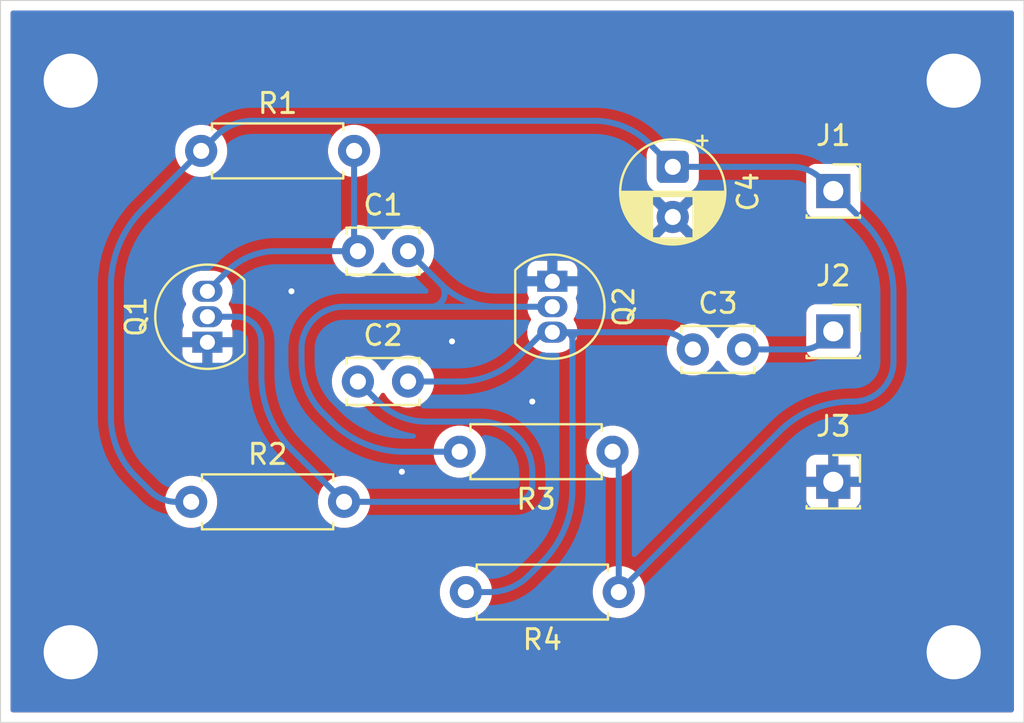
<source format=kicad_pcb>
(kicad_pcb (version 20241229) (generator "pcbnew") (generator_version "9.0")
  (layers (0 "F.Cu" signal) (2 "B.Cu" signal) (13 "F.Paste" user) (15 "B.Paste" user) (5 "F.SilkS" user "F.Silkscreen") (7 "B.SilkS" user "B.Silkscreen") (1 "F.Mask" user) (3 "B.Mask" user) (25 "Edge.Cuts" user))
  (net 0 "")
  (net 1 "Net-(J2-Pin_1)")
  (net 2 "Net-(Q1-B)")
  (net 3 "Net-(Q2-B)")
  (net 4 "0")
  (net 5 "Net-(Q1-C)")
  (net 6 "Net-(Q2-C)")
  (net 7 "Net-(J1-Pin_1)")
  (footprint "Resistor_THT:R_Axial_DIN0207_L6.3mm_D2.5mm_P7.62mm_Horizontal" (layer "F.Cu") (at 112 159 180)
    (property "Reference" "R3" (at 3.81 -2.37 0) (layer "F.SilkS"))
    (property "Value" "33k")
    (fp_line (start 7.08 1.37) (end 7.08 1.04) (stroke (width 0.12)) (layer "F.SilkS"))
    (fp_line (start 7.08 -1.37) (end 7.08 -1.04) (stroke (width 0.12)) (layer "F.SilkS"))
    (fp_line (start 0.54 1.37) (end 7.08 1.37) (stroke (width 0.12)) (layer "F.SilkS"))
    (fp_line (start 0.54 1.04) (end 0.54 1.37) (stroke (width 0.12)) (layer "F.SilkS"))
    (fp_line (start 0.54 -1.04) (end 0.54 -1.37) (stroke (width 0.12)) (layer "F.SilkS"))
    (fp_line (start 0.54 -1.37) (end 7.08 -1.37) (stroke (width 0.12)) (layer "F.SilkS"))
    (pad "1" thru_hole circle (at 0 0 180) (size 1.6 1.6) (drill 0.8) (layers "*.Cu" "*.Mask") (net 7 "Net-(J1-Pin_1)"))
    (pad "2" thru_hole circle (at 7.62 0 180) (size 1.6 1.6) (drill 0.8) (layers "*.Cu" "*.Mask") (net 3 "Net-(Q2-B)"))
  )
  (footprint "Capacitor_THT:C_Disc_D3.4mm_W2.1mm_P2.50mm" (layer "F.Cu") (at 99.31 155.5)
    (property "Reference" "C2" (at 1.25 -2.3 0) (layer "F.SilkS"))
    (property "Value" "100n")
    (fp_line (start -0.57 -1.17) (end 3.07 -1.17) (stroke (width 0.12)) (layer "F.SilkS"))
    (fp_line (start -0.57 -0.87) (end -0.57 -1.17) (stroke (width 0.12)) (layer "F.SilkS"))
    (fp_line (start -0.57 1.17) (end -0.57 0.87) (stroke (width 0.12)) (layer "F.SilkS"))
    (fp_line (start 3.07 -1.17) (end 3.07 -0.87) (stroke (width 0.12)) (layer "F.SilkS"))
    (fp_line (start 3.07 0.87) (end 3.07 1.17) (stroke (width 0.12)) (layer "F.SilkS"))
    (fp_line (start 3.07 1.17) (end -0.57 1.17) (stroke (width 0.12)) (layer "F.SilkS"))
    (pad "1" thru_hole circle (at 0 0) (size 1.6 1.6) (drill 0.8) (layers "*.Cu" "*.Mask") (net 2 "Net-(Q1-B)"))
    (pad "2" thru_hole circle (at 2.5 0) (size 1.6 1.6) (drill 0.8) (layers "*.Cu" "*.Mask") (net 6 "Net-(Q2-C)"))
  )
  (footprint "MountingHole:MountingHole_2.7mm_Pad" (layer "F.Cu") (at 129 140.5)
    (property "Reference" "REF2" (hide yes))
    (property "Value" "MountingHole_2.7mm_Pad" (hide yes))
    (pad "1" thru_hole circle (at 0 0) (size 5.4 5.4) (drill 2.7) (layers "*.Cu" "*.Mask") (net 4 "0"))
  )
  (footprint "Connector_PinSocket_2.54mm:PinSocket_1x01_P2.54mm_Vertical" (layer "F.Cu") (at 123 160.5)
    (property "Reference" "J3" (at 0 -2.77 0) (layer "F.SilkS"))
    (property "Value" "Conn_01x01")
    (fp_line (start -1.33 1.21) (end -1.33 1.33) (stroke (width 0.12)) (layer "F.SilkS"))
    (fp_line (start -1.33 1.33) (end 1.33 1.33) (stroke (width 0.12)) (layer "F.SilkS"))
    (fp_line (start 0 -1.33) (end 1.33 -1.33) (stroke (width 0.12)) (layer "F.SilkS"))
    (fp_line (start 1.33 -1.33) (end 1.33 0) (stroke (width 0.12)) (layer "F.SilkS"))
    (fp_line (start 1.33 1.21) (end 1.33 1.33) (stroke (width 0.12)) (layer "F.SilkS"))
    (pad "1" thru_hole rect (at 0 0) (size 1.7 1.7) (drill 1) (layers "*.Cu" "*.Mask") (net 4 "0"))
  )
  (footprint "Package_TO_SOT_THT:TO-92_Inline" (layer "F.Cu") (at 91.81 153.54 90)
    (property "Reference" "Q1" (at 1.27 -3.56 90) (layer "F.SilkS"))
    (property "Value" "2N3904")
    (fp_line (start -0.53 1.85) (end 3.07 1.85) (stroke (width 0.12)) (layer "F.SilkS"))
    (fp_arc (start 1.27 -2.6) (mid 3.672087 -0.994977) (end 3.108478 1.838478) (stroke (width 0.12)) (layer "F.SilkS"))
    (fp_arc (start -0.568478 1.838478) (mid -1.132087 -0.994977) (end 1.27 -2.6) (stroke (width 0.12)) (layer "F.SilkS"))
    (pad "1" thru_hole rect (at 0 0 90) (size 1.05 1.5) (drill 0.75) (layers "*.Cu" "*.Mask") (net 4 "0"))
    (pad "2" thru_hole oval (at 1.27 0 90) (size 1.05 1.5) (drill 0.75) (layers "*.Cu" "*.Mask") (net 2 "Net-(Q1-B)"))
    (pad "3" thru_hole oval (at 2.54 0 90) (size 1.05 1.5) (drill 0.75) (layers "*.Cu" "*.Mask") (net 5 "Net-(Q1-C)"))
  )
  (footprint "Capacitor_THT:C_Disc_D3.4mm_W2.1mm_P2.50mm" (layer "F.Cu") (at 99.31 149)
    (property "Reference" "C1" (at 1.25 -2.3 0) (layer "F.SilkS"))
    (property "Value" "100n")
    (fp_line (start -0.57 -1.17) (end 3.07 -1.17) (stroke (width 0.12)) (layer "F.SilkS"))
    (fp_line (start -0.57 -0.87) (end -0.57 -1.17) (stroke (width 0.12)) (layer "F.SilkS"))
    (fp_line (start -0.57 1.17) (end -0.57 0.87) (stroke (width 0.12)) (layer "F.SilkS"))
    (fp_line (start 3.07 -1.17) (end 3.07 -0.87) (stroke (width 0.12)) (layer "F.SilkS"))
    (fp_line (start 3.07 0.87) (end 3.07 1.17) (stroke (width 0.12)) (layer "F.SilkS"))
    (fp_line (start 3.07 1.17) (end -0.57 1.17) (stroke (width 0.12)) (layer "F.SilkS"))
    (pad "1" thru_hole circle (at 0 0) (size 1.6 1.6) (drill 0.8) (layers "*.Cu" "*.Mask") (net 5 "Net-(Q1-C)"))
    (pad "2" thru_hole circle (at 2.5 0) (size 1.6 1.6) (drill 0.8) (layers "*.Cu" "*.Mask") (net 3 "Net-(Q2-B)"))
  )
  (footprint "Capacitor_THT:CP_Radial_D5.0mm_P2.50mm" (layer "F.Cu") (at 115 144.794888 -90)
    (property "Reference" "C4" (at 1.25 -3.75 90) (layer "F.SilkS"))
    (property "Value" "10uF")
    (fp_line (start 1.49 1.04) (end 1.49 2.569) (stroke (width 0.12)) (layer "F.SilkS"))
    (fp_line (start 1.53 1.04) (end 1.53 2.565) (stroke (width 0.12)) (layer "F.SilkS"))
    (fp_line (start 1.57 1.04) (end 1.57 2.56) (stroke (width 0.12)) (layer "F.SilkS"))
    (fp_line (start 1.61 1.04) (end 1.61 2.555) (stroke (width 0.12)) (layer "F.SilkS"))
    (fp_line (start 1.65 1.04) (end 1.65 2.549) (stroke (width 0.12)) (layer "F.SilkS"))
    (fp_line (start 1.69 1.04) (end 1.69 2.543) (stroke (width 0.12)) (layer "F.SilkS"))
    (fp_line (start 1.73 1.04) (end 1.73 2.536) (stroke (width 0.12)) (layer "F.SilkS"))
    (fp_line (start 1.77 1.04) (end 1.77 2.528) (stroke (width 0.12)) (layer "F.SilkS"))
    (fp_line (start 1.81 1.04) (end 1.81 2.519) (stroke (width 0.12)) (layer "F.SilkS"))
    (fp_line (start 1.85 1.04) (end 1.85 2.51) (stroke (width 0.12)) (layer "F.SilkS"))
    (fp_line (start 1.89 1.04) (end 1.89 2.501) (stroke (width 0.12)) (layer "F.SilkS"))
    (fp_line (start 1.93 1.04) (end 1.93 2.49) (stroke (width 0.12)) (layer "F.SilkS"))
    (fp_line (start 1.97 1.04) (end 1.97 2.479) (stroke (width 0.12)) (layer "F.SilkS"))
    (fp_line (start 2.01 1.04) (end 2.01 2.467) (stroke (width 0.12)) (layer "F.SilkS"))
    (fp_line (start 2.05 1.04) (end 2.05 2.455) (stroke (width 0.12)) (layer "F.SilkS"))
    (fp_line (start 2.09 1.04) (end 2.09 2.442) (stroke (width 0.12)) (layer "F.SilkS"))
    (fp_line (start 2.13 1.04) (end 2.13 2.428) (stroke (width 0.12)) (layer "F.SilkS"))
    (fp_line (start 2.17 1.04) (end 2.17 2.413) (stroke (width 0.12)) (layer "F.SilkS"))
    (fp_line (start 2.21 1.04) (end 2.21 2.398) (stroke (width 0.12)) (layer "F.SilkS"))
    (fp_line (start 2.25 1.04) (end 2.25 2.382) (stroke (width 0.12)) (layer "F.SilkS"))
    (fp_line (start 2.29 1.04) (end 2.29 2.365) (stroke (width 0.12)) (layer "F.SilkS"))
    (fp_line (start 2.33 1.04) (end 2.33 2.347) (stroke (width 0.12)) (layer "F.SilkS"))
    (fp_line (start 2.37 1.04) (end 2.37 2.329) (stroke (width 0.12)) (layer "F.SilkS"))
    (fp_line (start 2.41 1.04) (end 2.41 2.309) (stroke (width 0.12)) (layer "F.SilkS"))
    (fp_line (start 2.45 1.04) (end 2.45 2.289) (stroke (width 0.12)) (layer "F.SilkS"))
    (fp_line (start 2.49 1.04) (end 2.49 2.268) (stroke (width 0.12)) (layer "F.SilkS"))
    (fp_line (start 2.53 1.04) (end 2.53 2.246) (stroke (width 0.12)) (layer "F.SilkS"))
    (fp_line (start 2.57 1.04) (end 2.57 2.223) (stroke (width 0.12)) (layer "F.SilkS"))
    (fp_line (start 2.61 1.04) (end 2.61 2.199) (stroke (width 0.12)) (layer "F.SilkS"))
    (fp_line (start 2.65 1.04) (end 2.65 2.175) (stroke (width 0.12)) (layer "F.SilkS"))
    (fp_line (start 2.69 1.04) (end 2.69 2.149) (stroke (width 0.12)) (layer "F.SilkS"))
    (fp_line (start 2.73 1.04) (end 2.73 2.122) (stroke (width 0.12)) (layer "F.SilkS"))
    (fp_line (start 2.77 1.04) (end 2.77 2.094) (stroke (width 0.12)) (layer "F.SilkS"))
    (fp_line (start 2.81 1.04) (end 2.81 2.065) (stroke (width 0.12)) (layer "F.SilkS"))
    (fp_line (start 2.85 1.04) (end 2.85 2.035) (stroke (width 0.12)) (layer "F.SilkS"))
    (fp_line (start 2.89 1.04) (end 2.89 2.003) (stroke (width 0.12)) (layer "F.SilkS"))
    (fp_line (start 2.93 1.04) (end 2.93 1.97) (stroke (width 0.12)) (layer "F.SilkS"))
    (fp_line (start 2.97 1.04) (end 2.97 1.936) (stroke (width 0.12)) (layer "F.SilkS"))
    (fp_line (start 3.01 1.04) (end 3.01 1.901) (stroke (width 0.12)) (layer "F.SilkS"))
    (fp_line (start 3.05 1.04) (end 3.05 1.864) (stroke (width 0.12)) (layer "F.SilkS"))
    (fp_line (start 3.09 1.04) (end 3.09 1.825) (stroke (width 0.12)) (layer "F.SilkS"))
    (fp_line (start 3.13 1.04) (end 3.13 1.785) (stroke (width 0.12)) (layer "F.SilkS"))
    (fp_line (start 3.17 1.04) (end 3.17 1.743) (stroke (width 0.12)) (layer "F.SilkS"))
    (fp_line (start 3.21 1.04) (end 3.21 1.699) (stroke (width 0.12)) (layer "F.SilkS"))
    (fp_line (start 3.25 1.04) (end 3.25 1.652) (stroke (width 0.12)) (layer "F.SilkS"))
    (fp_line (start 3.29 1.04) (end 3.29 1.604) (stroke (width 0.12)) (layer "F.SilkS"))
    (fp_line (start 3.33 1.04) (end 3.33 1.553) (stroke (width 0.12)) (layer "F.SilkS"))
    (fp_line (start 3.37 1.04) (end 3.37 1.499) (stroke (width 0.12)) (layer "F.SilkS"))
    (fp_line (start 3.41 1.04) (end 3.41 1.443) (stroke (width 0.12)) (layer "F.SilkS"))
    (fp_line (start 3.45 1.04) (end 3.45 1.383) (stroke (width 0.12)) (layer "F.SilkS"))
    (fp_line (start 3.49 1.04) (end 3.49 1.319) (stroke (width 0.12)) (layer "F.SilkS"))
    (fp_line (start 3.53 1.04) (end 3.53 1.251) (stroke (width 0.12)) (layer "F.SilkS"))
    (fp_line (start 3.85 -0.283) (end 3.85 0.283) (stroke (width 0.12)) (layer "F.SilkS"))
    (fp_line (start 3.81 -0.517) (end 3.81 0.517) (stroke (width 0.12)) (layer "F.SilkS"))
    (fp_line (start 3.77 -0.677) (end 3.77 0.677) (stroke (width 0.12)) (layer "F.SilkS"))
    (fp_line (start 3.73 -0.805) (end 3.73 0.805) (stroke (width 0.12)) (layer "F.SilkS"))
    (fp_line (start 3.69 -0.914) (end 3.69 0.914) (stroke (width 0.12)) (layer "F.SilkS"))
    (fp_line (start 3.65 -1.011) (end 3.65 1.011) (stroke (width 0.12)) (layer "F.SilkS"))
    (fp_line (start 3.61 -1.098) (end 3.61 1.098) (stroke (width 0.12)) (layer "F.SilkS"))
    (fp_line (start 3.57 -1.177) (end 3.57 1.177) (stroke (width 0.12)) (layer "F.SilkS"))
    (fp_line (start 3.53 -1.251) (end 3.53 -1.04) (stroke (width 0.12)) (layer "F.SilkS"))
    (fp_line (start 3.49 -1.319) (end 3.49 -1.04) (stroke (width 0.12)) (layer "F.SilkS"))
    (fp_line (start 3.45 -1.383) (end 3.45 -1.04) (stroke (width 0.12)) (layer "F.SilkS"))
    (fp_line (start 3.41 -1.443) (end 3.41 -1.04) (stroke (width 0.12)) (layer "F.SilkS"))
    (fp_line (start -1.554775 -1.475) (end -1.054775 -1.475) (stroke (width 0.12)) (layer "F.SilkS"))
    (fp_line (start 3.37 -1.499) (end 3.37 -1.04) (stroke (width 0.12)) (layer "F.SilkS"))
    (fp_line (start 3.33 -1.553) (end 3.33 -1.04) (stroke (width 0.12)) (layer "F.SilkS"))
    (fp_line (start 3.29 -1.604) (end 3.29 -1.04) (stroke (width 0.12)) (layer "F.SilkS"))
    (fp_line (start 3.25 -1.652) (end 3.25 -1.04) (stroke (width 0.12)) (layer "F.SilkS"))
    (fp_line (start 3.21 -1.699) (end 3.21 -1.04) (stroke (width 0.12)) (layer "F.SilkS"))
    (fp_line (start -1.304775 -1.725) (end -1.304775 -1.225) (stroke (width 0.12)) (layer "F.SilkS"))
    (fp_line (start 3.17 -1.743) (end 3.17 -1.04) (stroke (width 0.12)) (layer "F.SilkS"))
    (fp_line (start 3.13 -1.785) (end 3.13 -1.04) (stroke (width 0.12)) (layer "F.SilkS"))
    (fp_line (start 3.09 -1.825) (end 3.09 -1.04) (stroke (width 0.12)) (layer "F.SilkS"))
    (fp_line (start 3.05 -1.864) (end 3.05 -1.04) (stroke (width 0.12)) (layer "F.SilkS"))
    (fp_line (start 3.01 -1.901) (end 3.01 -1.04) (stroke (width 0.12)) (layer "F.SilkS"))
    (fp_line (start 2.97 -1.936) (end 2.97 -1.04) (stroke (width 0.12)) (layer "F.SilkS"))
    (fp_line (start 2.93 -1.97) (end 2.93 -1.04) (stroke (width 0.12)) (layer "F.SilkS"))
    (fp_line (start 2.89 -2.003) (end 2.89 -1.04) (stroke (width 0.12)) (layer "F.SilkS"))
    (fp_line (start 2.85 -2.035) (end 2.85 -1.04) (stroke (width 0.12)) (layer "F.SilkS"))
    (fp_line (start 2.81 -2.065) (end 2.81 -1.04) (stroke (width 0.12)) (layer "F.SilkS"))
    (fp_line (start 2.77 -2.094) (end 2.77 -1.04) (stroke (width 0.12)) (layer "F.SilkS"))
    (fp_line (start 2.73 -2.122) (end 2.73 -1.04) (stroke (width 0.12)) (layer "F.SilkS"))
    (fp_line (start 2.69 -2.149) (end 2.69 -1.04) (stroke (width 0.12)) (layer "F.SilkS"))
    (fp_line (start 2.65 -2.175) (end 2.65 -1.04) (stroke (width 0.12)) (layer "F.SilkS"))
    (fp_line (start 2.61 -2.199) (end 2.61 -1.04) (stroke (width 0.12)) (layer "F.SilkS"))
    (fp_line (start 2.57 -2.223) (end 2.57 -1.04) (stroke (width 0.12)) (layer "F.SilkS"))
    (fp_line (start 2.53 -2.246) (end 2.53 -1.04) (stroke (width 0.12)) (layer "F.SilkS"))
    (fp_line (start 2.49 -2.268) (end 2.49 -1.04) (stroke (width 0.12)) (layer "F.SilkS"))
    (fp_line (start 2.45 -2.289) (end 2.45 -1.04) (stroke (width 0.12)) (layer "F.SilkS"))
    (fp_line (start 2.41 -2.309) (end 2.41 -1.04) (stroke (width 0.12)) (layer "F.SilkS"))
    (fp_line (start 2.37 -2.329) (end 2.37 -1.04) (stroke (width 0.12)) (layer "F.SilkS"))
    (fp_line (start 2.33 -2.347) (end 2.33 -1.04) (stroke (width 0.12)) (layer "F.SilkS"))
    (fp_line (start 2.29 -2.365) (end 2.29 -1.04) (stroke (width 0.12)) (layer "F.SilkS"))
    (fp_line (start 2.25 -2.382) (end 2.25 -1.04) (stroke (width 0.12)) (layer "F.SilkS"))
    (fp_line (start 2.21 -2.398) (end 2.21 -1.04) (stroke (width 0.12)) (layer "F.SilkS"))
    (fp_line (start 2.17 -2.413) (end 2.17 -1.04) (stroke (width 0.12)) (layer "F.SilkS"))
    (fp_line (start 2.13 -2.428) (end 2.13 -1.04) (stroke (width 0.12)) (layer "F.SilkS"))
    (fp_line (start 2.09 -2.442) (end 2.09 -1.04) (stroke (width 0.12)) (layer "F.SilkS"))
    (fp_line (start 2.05 -2.455) (end 2.05 -1.04) (stroke (width 0.12)) (layer "F.SilkS"))
    (fp_line (start 2.01 -2.467) (end 2.01 -1.04) (stroke (width 0.12)) (layer "F.SilkS"))
    (fp_line (start 1.97 -2.479) (end 1.97 -1.04) (stroke (width 0.12)) (layer "F.SilkS"))
    (fp_line (start 1.93 -2.49) (end 1.93 -1.04) (stroke (width 0.12)) (layer "F.SilkS"))
    (fp_line (start 1.89 -2.501) (end 1.89 -1.04) (stroke (width 0.12)) (layer "F.SilkS"))
    (fp_line (start 1.85 -2.51) (end 1.85 -1.04) (stroke (width 0.12)) (layer "F.SilkS"))
    (fp_line (start 1.81 -2.519) (end 1.81 -1.04) (stroke (width 0.12)) (layer "F.SilkS"))
    (fp_line (start 1.77 -2.528) (end 1.77 -1.04) (stroke (width 0.12)) (layer "F.SilkS"))
    (fp_line (start 1.73 -2.536) (end 1.73 -1.04) (stroke (width 0.12)) (layer "F.SilkS"))
    (fp_line (start 1.69 -2.543) (end 1.69 -1.04) (stroke (width 0.12)) (layer "F.SilkS"))
    (fp_line (start 1.65 -2.549) (end 1.65 -1.04) (stroke (width 0.12)) (layer "F.SilkS"))
    (fp_line (start 1.61 -2.555) (end 1.61 -1.04) (stroke (width 0.12)) (layer "F.SilkS"))
    (fp_line (start 1.57 -2.56) (end 1.57 -1.04) (stroke (width 0.12)) (layer "F.SilkS"))
    (fp_line (start 1.53 -2.565) (end 1.53 -1.04) (stroke (width 0.12)) (layer "F.SilkS"))
    (fp_line (start 1.49 -2.569) (end 1.49 -1.04) (stroke (width 0.12)) (layer "F.SilkS"))
    (fp_line (start 1.45 -2.572) (end 1.45 2.572) (stroke (width 0.12)) (layer "F.SilkS"))
    (fp_line (start 1.41 -2.575) (end 1.41 2.575) (stroke (width 0.12)) (layer "F.SilkS"))
    (fp_line (start 1.37 -2.577) (end 1.37 2.577) (stroke (width 0.12)) (layer "F.SilkS"))
    (fp_line (start 1.33 -2.579) (end 1.33 2.579) (stroke (width 0.12)) (layer "F.SilkS"))
    (fp_line (start 1.25 -2.58) (end 1.25 2.58) (stroke (width 0.12)) (layer "F.SilkS"))
    (fp_line (start 1.29 -2.58) (end 1.29 2.58) (stroke (width 0.12)) (layer "F.SilkS"))
    (fp_circle (center 1.25 0) (end 3.87 0) (stroke (width 0.12)) (fill no) (layer "F.SilkS"))
    (pad "1" thru_hole roundrect (at 0 0 270) (size 1.6 1.6) (drill 0.8) (layers "*.Cu" "*.Mask") (roundrect_rratio 0.15625) (net 7 "Net-(J1-Pin_1)"))
    (pad "2" thru_hole circle (at 2.5 0 270) (size 1.6 1.6) (drill 0.8) (layers "*.Cu" "*.Mask") (net 4 "0"))
  )
  (footprint "Resistor_THT:R_Axial_DIN0207_L6.3mm_D2.5mm_P7.62mm_Horizontal" (layer "F.Cu") (at 91 161.5)
    (property "Reference" "R2" (at 3.81 -2.37 0) (layer "F.SilkS"))
    (property "Value" "33k")
    (fp_line (start 0.54 -1.37) (end 7.08 -1.37) (stroke (width 0.12)) (layer "F.SilkS"))
    (fp_line (start 0.54 -1.04) (end 0.54 -1.37) (stroke (width 0.12)) (layer "F.SilkS"))
    (fp_line (start 0.54 1.04) (end 0.54 1.37) (stroke (width 0.12)) (layer "F.SilkS"))
    (fp_line (start 0.54 1.37) (end 7.08 1.37) (stroke (width 0.12)) (layer "F.SilkS"))
    (fp_line (start 7.08 -1.37) (end 7.08 -1.04) (stroke (width 0.12)) (layer "F.SilkS"))
    (fp_line (start 7.08 1.37) (end 7.08 1.04) (stroke (width 0.12)) (layer "F.SilkS"))
    (pad "1" thru_hole circle (at 0 0) (size 1.6 1.6) (drill 0.8) (layers "*.Cu" "*.Mask") (net 7 "Net-(J1-Pin_1)"))
    (pad "2" thru_hole circle (at 7.62 0) (size 1.6 1.6) (drill 0.8) (layers "*.Cu" "*.Mask") (net 2 "Net-(Q1-B)"))
  )
  (footprint "Connector_PinSocket_2.54mm:PinSocket_1x01_P2.54mm_Vertical" (layer "F.Cu") (at 123 153)
    (property "Reference" "J2" (at 0 -2.77 0) (layer "F.SilkS"))
    (property "Value" "Conn_01x01")
    (fp_line (start -1.33 1.21) (end -1.33 1.33) (stroke (width 0.12)) (layer "F.SilkS"))
    (fp_line (start -1.33 1.33) (end 1.33 1.33) (stroke (width 0.12)) (layer "F.SilkS"))
    (fp_line (start 0 -1.33) (end 1.33 -1.33) (stroke (width 0.12)) (layer "F.SilkS"))
    (fp_line (start 1.33 -1.33) (end 1.33 0) (stroke (width 0.12)) (layer "F.SilkS"))
    (fp_line (start 1.33 1.21) (end 1.33 1.33) (stroke (width 0.12)) (layer "F.SilkS"))
    (pad "1" thru_hole rect (at 0 0) (size 1.7 1.7) (drill 1) (layers "*.Cu" "*.Mask") (net 1 "Net-(J2-Pin_1)"))
  )
  (footprint "MountingHole:MountingHole_2.7mm_Pad" (layer "F.Cu") (at 85 140.5)
    (property "Reference" "REF1" (hide yes))
    (property "Value" "MountingHole_2.7mm_Pad" (hide yes))
    (pad "1" thru_hole circle (at 0 0) (size 5.4 5.4) (drill 2.7) (layers "*.Cu" "*.Mask") (net 4 "0"))
  )
  (footprint "Resistor_THT:R_Axial_DIN0207_L6.3mm_D2.5mm_P7.62mm_Horizontal" (layer "F.Cu") (at 91.5 144)
    (property "Reference" "R1" (at 3.81 -2.37 0) (layer "F.SilkS"))
    (property "Value" "2.2k")
    (fp_line (start 0.54 -1.37) (end 7.08 -1.37) (stroke (width 0.12)) (layer "F.SilkS"))
    (fp_line (start 0.54 -1.04) (end 0.54 -1.37) (stroke (width 0.12)) (layer "F.SilkS"))
    (fp_line (start 0.54 1.04) (end 0.54 1.37) (stroke (width 0.12)) (layer "F.SilkS"))
    (fp_line (start 0.54 1.37) (end 7.08 1.37) (stroke (width 0.12)) (layer "F.SilkS"))
    (fp_line (start 7.08 -1.37) (end 7.08 -1.04) (stroke (width 0.12)) (layer "F.SilkS"))
    (fp_line (start 7.08 1.37) (end 7.08 1.04) (stroke (width 0.12)) (layer "F.SilkS"))
    (pad "1" thru_hole circle (at 0 0) (size 1.6 1.6) (drill 0.8) (layers "*.Cu" "*.Mask") (net 7 "Net-(J1-Pin_1)"))
    (pad "2" thru_hole circle (at 7.62 0) (size 1.6 1.6) (drill 0.8) (layers "*.Cu" "*.Mask") (net 5 "Net-(Q1-C)"))
  )
  (footprint "Capacitor_THT:C_Disc_D3.4mm_W2.1mm_P2.50mm" (layer "F.Cu") (at 116 153.9)
    (property "Reference" "C3" (at 1.25 -2.3 0) (layer "F.SilkS"))
    (property "Value" "100n")
    (fp_line (start -0.57 -1.17) (end 3.07 -1.17) (stroke (width 0.12)) (layer "F.SilkS"))
    (fp_line (start -0.57 -0.87) (end -0.57 -1.17) (stroke (width 0.12)) (layer "F.SilkS"))
    (fp_line (start -0.57 1.17) (end -0.57 0.87) (stroke (width 0.12)) (layer "F.SilkS"))
    (fp_line (start 3.07 -1.17) (end 3.07 -0.87) (stroke (width 0.12)) (layer "F.SilkS"))
    (fp_line (start 3.07 0.87) (end 3.07 1.17) (stroke (width 0.12)) (layer "F.SilkS"))
    (fp_line (start 3.07 1.17) (end -0.57 1.17) (stroke (width 0.12)) (layer "F.SilkS"))
    (pad "1" thru_hole circle (at 0 0) (size 1.6 1.6) (drill 0.8) (layers "*.Cu" "*.Mask") (net 6 "Net-(Q2-C)"))
    (pad "2" thru_hole circle (at 2.5 0) (size 1.6 1.6) (drill 0.8) (layers "*.Cu" "*.Mask") (net 1 "Net-(J2-Pin_1)"))
  )
  (footprint "Package_TO_SOT_THT:TO-92_Inline" (layer "F.Cu") (at 109 150.5 -90)
    (property "Reference" "Q2" (at 1.27 -3.56 90) (layer "F.SilkS"))
    (property "Value" "2N3904")
    (fp_line (start -0.53 1.85) (end 3.07 1.85) (stroke (width 0.12)) (layer "F.SilkS"))
    (fp_arc (start -0.568478 1.838478) (mid -1.132087 -0.994977) (end 1.27 -2.6) (stroke (width 0.12)) (layer "F.SilkS"))
    (fp_arc (start 1.27 -2.6) (mid 3.672087 -0.994977) (end 3.108478 1.838478) (stroke (width 0.12)) (layer "F.SilkS"))
    (pad "1" thru_hole rect (at 0 0 270) (size 1.05 1.5) (drill 0.75) (layers "*.Cu" "*.Mask") (net 4 "0"))
    (pad "2" thru_hole oval (at 1.27 0 270) (size 1.05 1.5) (drill 0.75) (layers "*.Cu" "*.Mask") (net 3 "Net-(Q2-B)"))
    (pad "3" thru_hole oval (at 2.54 0 270) (size 1.05 1.5) (drill 0.75) (layers "*.Cu" "*.Mask") (net 6 "Net-(Q2-C)"))
  )
  (footprint "MountingHole:MountingHole_2.7mm_Pad" (layer "F.Cu") (at 85 169)
    (property "Reference" "REF4" (hide yes))
    (property "Value" "MountingHole_2.7mm_Pad" (hide yes))
    (pad "1" thru_hole circle (at 0 0) (size 5.4 5.4) (drill 2.7) (layers "*.Cu" "*.Mask") (net 4 "0"))
  )
  (footprint "Connector_PinSocket_2.54mm:PinSocket_1x01_P2.54mm_Vertical" (layer "F.Cu") (at 123 146)
    (property "Reference" "J1" (at 0 -2.77 0) (layer "F.SilkS"))
    (property "Value" "Conn_01x01")
    (fp_line (start -1.33 1.21) (end -1.33 1.33) (stroke (width 0.12)) (layer "F.SilkS"))
    (fp_line (start -1.33 1.33) (end 1.33 1.33) (stroke (width 0.12)) (layer "F.SilkS"))
    (fp_line (start 0 -1.33) (end 1.33 -1.33) (stroke (width 0.12)) (layer "F.SilkS"))
    (fp_line (start 1.33 -1.33) (end 1.33 0) (stroke (width 0.12)) (layer "F.SilkS"))
    (fp_line (start 1.33 1.21) (end 1.33 1.33) (stroke (width 0.12)) (layer "F.SilkS"))
    (pad "1" thru_hole rect (at 0 0) (size 1.7 1.7) (drill 1) (layers "*.Cu" "*.Mask") (net 7 "Net-(J1-Pin_1)"))
  )
  (footprint "Resistor_THT:R_Axial_DIN0207_L6.3mm_D2.5mm_P7.62mm_Horizontal" (layer "F.Cu") (at 112.31 166 180)
    (property "Reference" "R4" (at 3.81 -2.37 0) (layer "F.SilkS"))
    (property "Value" "2.2k")
    (fp_line (start 7.08 1.37) (end 7.08 1.04) (stroke (width 0.12)) (layer "F.SilkS"))
    (fp_line (start 7.08 -1.37) (end 7.08 -1.04) (stroke (width 0.12)) (layer "F.SilkS"))
    (fp_line (start 0.54 1.37) (end 7.08 1.37) (stroke (width 0.12)) (layer "F.SilkS"))
    (fp_line (start 0.54 1.04) (end 0.54 1.37) (stroke (width 0.12)) (layer "F.SilkS"))
    (fp_line (start 0.54 -1.04) (end 0.54 -1.37) (stroke (width 0.12)) (layer "F.SilkS"))
    (fp_line (start 0.54 -1.37) (end 7.08 -1.37) (stroke (width 0.12)) (layer "F.SilkS"))
    (pad "1" thru_hole circle (at 0 0 180) (size 1.6 1.6) (drill 0.8) (layers "*.Cu" "*.Mask") (net 7 "Net-(J1-Pin_1)"))
    (pad "2" thru_hole circle (at 7.62 0 180) (size 1.6 1.6) (drill 0.8) (layers "*.Cu" "*.Mask") (net 6 "Net-(Q2-C)"))
  )
  (footprint "MountingHole:MountingHole_2.7mm_Pad" (layer "F.Cu") (at 129 169)
    (property "Reference" "REF3" (hide yes))
    (property "Value" "MountingHole_2.7mm_Pad" (hide yes))
    (pad "1" thru_hole roundrect (at 0 0) (size 5.4 5.4) (drill 2.7) (layers "*.Cu" "*.Mask") (net 4 "0"))
  )
  (gr_rect (start 81.5 136.5) (end 132.5 172.5) (stroke (width 0.05)) (fill no) (layer "Edge.Cuts"))
  (segment (start 121.463602 153.9) (end 118.5 153.9) (width 0.3) (layer "B.Cu") (net 1))
  (segment (start 122.549999 153.45) (end 123 153) (width 0.3) (layer "B.Cu") (net 1))
  (arc (start 122.549999 153.45) (mid 122.051556 153.783048) (end 121.463602 153.9) (width 0.3) (layer "B.Cu") (net 1))
  (segment (start 100.31 156.499999) (end 99.31 155.5) (width 0.3) (layer "B.Cu") (net 2))
  (segment (start 96.048563 158.928562) (end 98.62 161.5) (width 0.3) (layer "B.Cu") (net 2))
  (segment (start 107.146449 161.5) (end 98.62 161.5) (width 0.3) (layer "B.Cu") (net 2))
  (segment (start 107.25 158.249999) (end 107.292897 158.292896) (width 0.3) (layer "B.Cu") (net 2))
  (segment (start 107.999983 160.646441) (end 107.999991 159.999995) (width 0.3) (layer "B.Cu") (net 2))
  (segment (start 105.439337 157.499999) (end 102.724213 157.499999) (width 0.3) (layer "B.Cu") (net 2))
  (segment (start 93.253811 152.27) (end 91.81 152.27) (width 0.3) (layer "B.Cu") (net 2))
  (segment (start 94.499999 155.189999) (end 94.499999 153.516187) (width 0.3) (layer "B.Cu") (net 2))
  (arc (start 107.999983 160.646441) (mid 107.93501 160.97308) (end 107.749989 161.249995) (width 0.3) (layer "B.Cu") (net 2))
  (arc (start 94.134999 152.635) (mid 93.730706 152.36486) (end 93.253811 152.27) (width 0.3) (layer "B.Cu") (net 2))
  (arc (start 100.31 156.499999) (mid 101.41765 157.240107) (end 102.724213 157.499999) (width 0.3) (layer "B.Cu") (net 2))
  (arc (start 94.499999 155.189999) (mid 94.902458 157.213294) (end 96.048563 158.928562) (width 0.3) (layer "B.Cu") (net 2))
  (arc (start 105.439337 157.499999) (mid 106.41926 157.694918) (end 107.25 158.249999) (width 0.3) (layer "B.Cu") (net 2))
  (arc (start 107.749989 161.249995) (mid 107.473084 161.435025) (end 107.146449 161.5) (width 0.3) (layer "B.Cu") (net 2))
  (arc (start 107.292897 158.292896) (mid 107.816228 159.076119) (end 107.999991 159.999995) (width 0.3) (layer "B.Cu") (net 2))
  (arc (start 94.134999 152.635) (mid 94.405138 153.039292) (end 94.499999 153.516187) (width 0.3) (layer "B.Cu") (net 2))
  (segment (start 102.960131 151.770008) (end 98.599737 151.769988) (width 0.3) (layer "B.Cu") (net 3))
  (segment (start 103.434586 150.624572) (end 101.81 149) (width 0.3) (layer "B.Cu") (net 3))
  (segment (start 98 157.499999) (end 97.560659 157.060658) (width 0.3) (layer "B.Cu") (net 3))
  (segment (start 106.199948 151.77001) (end 109 151.77) (width 0.3) (layer "B.Cu") (net 3))
  (segment (start 101.62132 158.999999) (end 104.38 159) (width 0.3) (layer "B.Cu") (net 3))
  (segment (start 106.199948 151.77001) (end 102.960131 151.770008) (width 0.3) (layer "B.Cu") (net 3))
  (segment (start 96.5 153.869744) (end 96.5 154.499999) (width 0.3) (layer "B.Cu") (net 3))
  (arc (start 98 157.499999) (mid 99.661475 158.610161) (end 101.62132 158.999999) (width 0.3) (layer "B.Cu") (net 3))
  (arc (start 102.960131 151.770008) (mid 103.580038 151.355801) (end 103.434586 150.624572) (width 0.3) (layer "B.Cu") (net 3))
  (arc (start 97.114997 152.384992) (mid 96.659832 153.066203) (end 96.5 153.869744) (width 0.3) (layer "B.Cu") (net 3))
  (arc (start 96.5 154.499999) (mid 96.775656 155.885817) (end 97.560659 157.060658) (width 0.3) (layer "B.Cu") (net 3))
  (arc (start 98.599737 151.769988) (mid 97.796199 151.92982) (end 97.114997 152.384992) (width 0.3) (layer "B.Cu") (net 3))
  (arc (start 103.434586 150.624572) (mid 104.703346 151.472323) (end 106.199948 151.77001) (width 0.3) (layer "B.Cu") (net 3))
  (via (at 101.5 160) (size 0.6) (drill 0.3) (layers "F.Cu" "B.Cu") (net 4))
  (via (at 108 156.5) (size 0.6) (drill 0.3) (layers "F.Cu" "B.Cu") (net 4))
  (via (at 96 151) (size 0.6) (drill 0.3) (layers "F.Cu" "B.Cu") (net 4))
  (via (at 104 153.5) (size 0.6) (drill 0.3) (layers "F.Cu" "B.Cu") (net 4))
  (segment (start 99.167637 148.857652) (end 99.262295 148.952415) (width 0.3) (layer "B.Cu") (net 5))
  (segment (start 99.119979 148.742828) (end 99.12 144) (width 0.3) (layer "B.Cu") (net 5))
  (segment (start 99.167637 148.857652) (end 99.167489 148.857504) (width 0.3) (layer "B.Cu") (net 5))
  (segment (start 95.224212 148.999952) (end 99.242619 148.999832) (width 0.3) (layer "B.Cu") (net 5))
  (segment (start 92.809999 149.999997) (end 91.81 151) (width 0.3) (layer "B.Cu") (net 5))
  (arc (start 99.119979 148.742828) (mid 99.132326 148.804892) (end 99.167489 148.857504) (width 0.3) (layer "B.Cu") (net 5))
  (arc (start 95.224212 148.999952) (mid 93.917648 149.259875) (end 92.809999 149.999997) (width 0.3) (layer "B.Cu") (net 5))
  (arc (start 99.262295 148.952415) (mid 99.268287 148.982692) (end 99.242619 148.999832) (width 0.3) (layer "B.Cu") (net 5))
  (segment (start 115.569999 153.47) (end 116 153.9) (width 0.3) (layer "B.Cu") (net 6))
  (segment (start 105.845 166.000002) (end 104.69 166) (width 0.3) (layer "B.Cu") (net 6))
  (segment (start 109.574999 153.04) (end 109.614999 153.04) (width 0.3) (layer "B.Cu") (net 6))
  (segment (start 114.531886 153.04) (end 110.384998 153.04) (width 0.3) (layer "B.Cu") (net 6))
  (segment (start 104.340515 155.5) (end 101.81 155.5) (width 0.3) (layer "B.Cu") (net 6))
  (segment (start 109.614999 153.04) (end 110.384998 153.04) (width 0.3) (layer "B.Cu") (net 6))
  (segment (start 107.309999 154.269999) (end 108.296049 153.283951) (width 0.3) (layer "B.Cu") (net 6))
  (segment (start 107.81671 165.183295) (end 108.500004 164.500003) (width 0.3) (layer "B.Cu") (net 6))
  (segment (start 109.574999 153.04) (end 108.885 153.04) (width 0.3) (layer "B.Cu") (net 6))
  (segment (start 109.999999 153.424999) (end 110.000006 160.878679) (width 0.3) (layer "B.Cu") (net 6))
  (arc (start 110.000006 160.878679) (mid 109.610169 162.838526) (end 108.500004 164.500003) (width 0.3) (layer "B.Cu") (net 6))
  (arc (start 115.569999 153.47) (mid 115.093708 153.151753) (end 114.531886 153.04) (width 0.3) (layer "B.Cu") (net 6))
  (arc (start 110.384998 153.04) (mid 110.112762 153.152763) (end 109.999999 153.424999) (width 0.3) (layer "B.Cu") (net 6))
  (arc (start 107.309999 154.269999) (mid 105.947588 155.180333) (end 104.340515 155.5) (width 0.3) (layer "B.Cu") (net 6))
  (arc (start 108.885 153.04) (mid 108.566262 153.1034) (end 108.296049 153.283951) (width 0.3) (layer "B.Cu") (net 6))
  (arc (start 105.845 166.000002) (mid 106.912081 165.787747) (end 107.81671 165.183295) (width 0.3) (layer "B.Cu") (net 6))
  (arc (start 109.999999 153.424999) (mid 109.887235 153.152763) (end 109.614999 153.04) (width 0.3) (layer "B.Cu") (net 6))
  (segment (start 113.852555 143.647444) (end 115 144.794888) (width 0.3) (layer "B.Cu") (net 7))
  (segment (start 88.969676 160.969659) (end 88.250009 160.249991) (width 0.3) (layer "B.Cu") (net 7))
  (segment (start 88.593772 146.906204) (end 91.5 144) (width 0.3) (layer "B.Cu") (net 7))
  (segment (start 112.31 166) (end 112.309999 159.529202) (width 0.3) (layer "B.Cu") (net 7))
  (segment (start 124 156.499999) (end 123.905 156.499999) (width 0.3) (layer "B.Cu") (net 7))
  (segment (start 125.999999 154.5) (end 125.999999 151.121319) (width 0.3) (layer "B.Cu") (net 7))
  (segment (start 112.154999 159.155) (end 112 159) (width 0.3) (layer "B.Cu") (net 7))
  (segment (start 90.250002 161.499994) (end 91 161.5) (width 0.3) (layer "B.Cu") (net 7))
  (segment (start 92.250003 143.250008) (end 91.5 144) (width 0.3) (layer "B.Cu") (net 7))
  (segment (start 124.499999 147.5) (end 123 146) (width 0.3) (layer "B.Cu") (net 7))
  (segment (start 86.999983 150.753951) (end 87.000007 157.232232) (width 0.3) (layer "B.Cu") (net 7))
  (segment (start 122.397449 145.397431) (end 123 146) (width 0.3) (layer "B.Cu") (net 7))
  (segment (start 112.31 166) (end 120.328612 157.981387) (width 0.3) (layer "B.Cu") (net 7))
  (segment (start 115 144.794888) (end 120.942749 144.794866) (width 0.3) (layer "B.Cu") (net 7))
  (segment (start 111.082379 142.500001) (end 94.060663 142.500016) (width 0.3) (layer "B.Cu") (net 7))
  (arc (start 125.999999 154.5) (mid 125.414212 155.914212) (end 124 156.499999) (width 0.3) (layer "B.Cu") (net 7))
  (arc (start 123.905 156.499999) (mid 121.969473 156.884999) (end 120.328612 157.981387) (width 0.3) (layer "B.Cu") (net 7))
  (arc (start 124.499999 147.5) (mid 125.610161 149.161475) (end 125.999999 151.121319) (width 0.3) (layer "B.Cu") (net 7))
  (arc (start 122.397449 145.397431) (mid 121.730029 144.951466) (end 120.942749 144.794866) (width 0.3) (layer "B.Cu") (net 7))
  (arc (start 88.593772 146.906204) (mid 87.414191 148.671564) (end 86.999983 150.753951) (width 0.3) (layer "B.Cu") (net 7))
  (arc (start 94.060663 142.500016) (mid 93.080742 142.694932) (end 92.250003 143.250008) (width 0.3) (layer "B.Cu") (net 7))
  (arc (start 112.154999 159.155) (mid 112.269715 159.326685) (end 112.309999 159.529202) (width 0.3) (layer "B.Cu") (net 7))
  (arc (start 87.000007 157.232232) (mid 87.324875 158.865431) (end 88.250009 160.249991) (width 0.3) (layer "B.Cu") (net 7))
  (arc (start 113.852555 143.647444) (mid 112.581587 142.798211) (end 111.082379 142.500001) (width 0.3) (layer "B.Cu") (net 7))
  (arc (start 88.969676 160.969659) (mid 89.557094 161.362161) (end 90.250002 161.499994) (width 0.3) (layer "B.Cu") (net 7))
  (zone (net 4) (net_name "0") (layers "F.Cu" "B.Cu") (connect_pads (clearance 0.5)) (min_thickness 0.25) (fill yes (thermal_gap 0.5) (thermal_bridge_width 0.5))
    (polygon (pts (xy 81.5 136.5) (xy 81.5 172.5) (xy 132.5 172.5) (xy 132.5 136.5)))
  )
)
</source>
